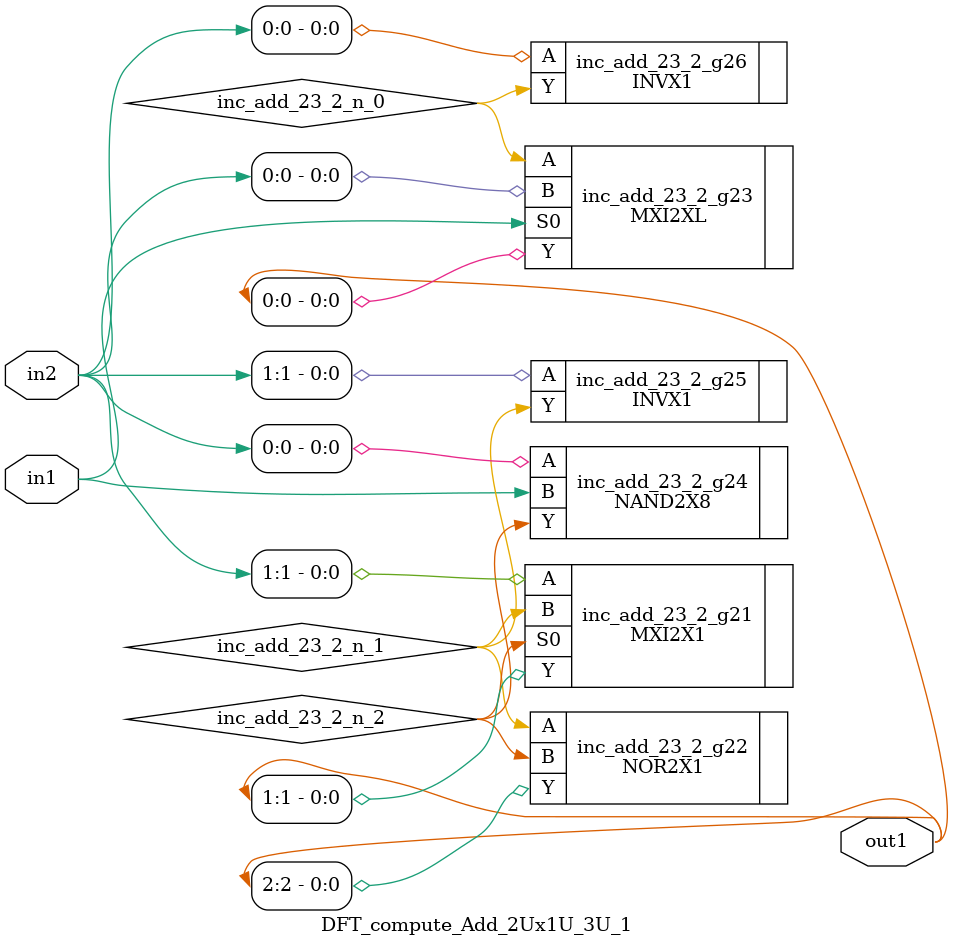
<source format=v>
`timescale 1ps / 1ps


module DFT_compute_Add_2Ux1U_3U_1(in2, in1, out1);
  input [1:0] in2;
  input in1;
  output [2:0] out1;
  wire [1:0] in2;
  wire in1;
  wire [2:0] out1;
  wire inc_add_23_2_n_0, inc_add_23_2_n_1, inc_add_23_2_n_2;
  MXI2X1 inc_add_23_2_g21(.A (in2[1]), .B (inc_add_23_2_n_1), .S0
       (inc_add_23_2_n_2), .Y (out1[1]));
  NOR2X1 inc_add_23_2_g22(.A (inc_add_23_2_n_1), .B (inc_add_23_2_n_2),
       .Y (out1[2]));
  MXI2XL inc_add_23_2_g23(.A (inc_add_23_2_n_0), .B (in2[0]), .S0
       (in1), .Y (out1[0]));
  NAND2X8 inc_add_23_2_g24(.A (in2[0]), .B (in1), .Y
       (inc_add_23_2_n_2));
  INVX1 inc_add_23_2_g25(.A (in2[1]), .Y (inc_add_23_2_n_1));
  INVX1 inc_add_23_2_g26(.A (in2[0]), .Y (inc_add_23_2_n_0));
endmodule



</source>
